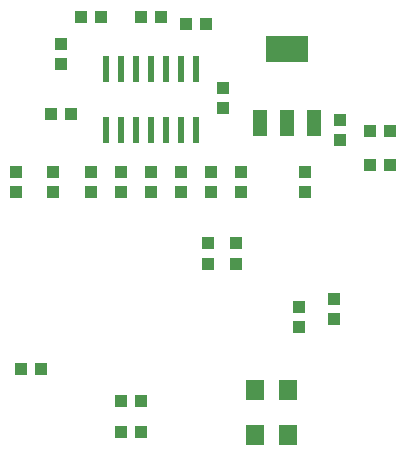
<source format=gbr>
%TF.GenerationSoftware,KiCad,Pcbnew,(6.0.2)*%
%TF.CreationDate,2022-10-25T13:23:13-07:00*%
%TF.ProjectId,powerAmp_RevB,706f7765-7241-46d7-905f-526576422e6b,rev?*%
%TF.SameCoordinates,Original*%
%TF.FileFunction,Paste,Top*%
%TF.FilePolarity,Positive*%
%FSLAX46Y46*%
G04 Gerber Fmt 4.6, Leading zero omitted, Abs format (unit mm)*
G04 Created by KiCad (PCBNEW (6.0.2)) date 2022-10-25 13:23:13*
%MOMM*%
%LPD*%
G01*
G04 APERTURE LIST*
%ADD10R,1.100000X1.000000*%
%ADD11R,1.600000X1.800000*%
%ADD12R,1.000000X1.100000*%
%ADD13R,1.219200X2.235200*%
%ADD14R,3.600000X2.200000*%
%ADD15R,0.600000X2.200000*%
G04 APERTURE END LIST*
D10*
%TO.C,R4*%
X133950000Y-121700000D03*
X135650000Y-121700000D03*
%TD*%
D11*
%TO.C,R11*%
X145300000Y-120690000D03*
X148100000Y-120690000D03*
%TD*%
D12*
%TO.C,C17*%
X133896100Y-102248600D03*
X133896100Y-103948600D03*
%TD*%
%TO.C,C14*%
X128181100Y-102248600D03*
X128181100Y-103948600D03*
%TD*%
D11*
%TO.C,R12*%
X145300000Y-124500000D03*
X148100000Y-124500000D03*
%TD*%
D12*
%TO.C,C15*%
X136436100Y-102248600D03*
X136436100Y-103948600D03*
%TD*%
%TO.C,R6*%
X149025000Y-113725000D03*
X149025000Y-115425000D03*
%TD*%
%TO.C,C19*%
X144056100Y-103948600D03*
X144056100Y-102248600D03*
%TD*%
%TO.C,C18*%
X141516100Y-103948600D03*
X141516100Y-102248600D03*
%TD*%
%TO.C,R8*%
X125006100Y-103948600D03*
X125006100Y-102248600D03*
%TD*%
D13*
%TO.C,T2*%
X145688600Y-98098800D03*
X148000000Y-98098800D03*
X150311400Y-98098800D03*
D14*
X148000000Y-91901000D03*
%TD*%
D12*
%TO.C,R3*%
X141300000Y-110025000D03*
X141300000Y-108325000D03*
%TD*%
%TO.C,R9*%
X131356100Y-103948600D03*
X131356100Y-102248600D03*
%TD*%
%TO.C,R13*%
X138976100Y-102248600D03*
X138976100Y-103948600D03*
%TD*%
D10*
%TO.C,C7*%
X154975000Y-98825000D03*
X156675000Y-98825000D03*
%TD*%
%TO.C,R15*%
X137286100Y-89128600D03*
X135586100Y-89128600D03*
%TD*%
D12*
%TO.C,R1*%
X142600000Y-96850000D03*
X142600000Y-95150000D03*
%TD*%
D10*
%TO.C,C8*%
X154975000Y-101675000D03*
X156675000Y-101675000D03*
%TD*%
%TO.C,R14*%
X141096100Y-89763600D03*
X139396100Y-89763600D03*
%TD*%
%TO.C,R21*%
X132206100Y-89128600D03*
X130506100Y-89128600D03*
%TD*%
D15*
%TO.C,U$2*%
X132626100Y-98713600D03*
X133896100Y-98713600D03*
X135166100Y-98713600D03*
X136436100Y-98713600D03*
X137706100Y-98713600D03*
X138976100Y-98713600D03*
X140246100Y-98713600D03*
X140246100Y-93513600D03*
X138976100Y-93513600D03*
X137706100Y-93513600D03*
X136436100Y-93513600D03*
X135166100Y-93513600D03*
X133896100Y-93513600D03*
X132626100Y-93513600D03*
%TD*%
D12*
%TO.C,R5*%
X149550000Y-103975000D03*
X149550000Y-102275000D03*
%TD*%
%TO.C,R18*%
X128816100Y-93153600D03*
X128816100Y-91453600D03*
%TD*%
D10*
%TO.C,R7*%
X129666100Y-97383600D03*
X127966100Y-97383600D03*
%TD*%
%TO.C,C3*%
X133950000Y-124300000D03*
X135650000Y-124300000D03*
%TD*%
%TO.C,C2*%
X127126100Y-118973600D03*
X125426100Y-118973600D03*
%TD*%
D12*
%TO.C,C5*%
X143700000Y-108325000D03*
X143700000Y-110025000D03*
%TD*%
%TO.C,C13*%
X151925000Y-114750000D03*
X151925000Y-113050000D03*
%TD*%
%TO.C,R2*%
X152500000Y-97850000D03*
X152500000Y-99550000D03*
%TD*%
M02*

</source>
